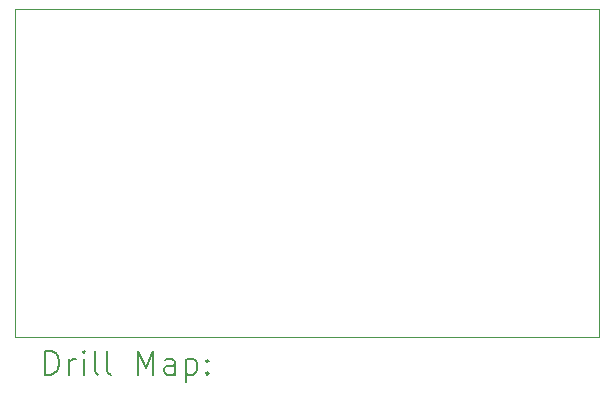
<source format=gbr>
%TF.GenerationSoftware,KiCad,Pcbnew,7.0.8*%
%TF.CreationDate,2023-12-18T21:49:59+05:30*%
%TF.ProjectId,ESP WROOM 32-Devkit V4,45535020-5752-44f4-9f4d-2033322d4465,rev?*%
%TF.SameCoordinates,Original*%
%TF.FileFunction,Drillmap*%
%TF.FilePolarity,Positive*%
%FSLAX45Y45*%
G04 Gerber Fmt 4.5, Leading zero omitted, Abs format (unit mm)*
G04 Created by KiCad (PCBNEW 7.0.8) date 2023-12-18 21:49:59*
%MOMM*%
%LPD*%
G01*
G04 APERTURE LIST*
%ADD10C,0.100000*%
%ADD11C,0.200000*%
G04 APERTURE END LIST*
D10*
X9907000Y-8782000D02*
X14852000Y-8782000D01*
X14852000Y-11557000D01*
X9907000Y-11557000D01*
X9907000Y-8782000D01*
D11*
X10162777Y-11873484D02*
X10162777Y-11673484D01*
X10162777Y-11673484D02*
X10210396Y-11673484D01*
X10210396Y-11673484D02*
X10238967Y-11683008D01*
X10238967Y-11683008D02*
X10258015Y-11702055D01*
X10258015Y-11702055D02*
X10267539Y-11721103D01*
X10267539Y-11721103D02*
X10277063Y-11759198D01*
X10277063Y-11759198D02*
X10277063Y-11787769D01*
X10277063Y-11787769D02*
X10267539Y-11825865D01*
X10267539Y-11825865D02*
X10258015Y-11844912D01*
X10258015Y-11844912D02*
X10238967Y-11863960D01*
X10238967Y-11863960D02*
X10210396Y-11873484D01*
X10210396Y-11873484D02*
X10162777Y-11873484D01*
X10362777Y-11873484D02*
X10362777Y-11740150D01*
X10362777Y-11778246D02*
X10372301Y-11759198D01*
X10372301Y-11759198D02*
X10381824Y-11749674D01*
X10381824Y-11749674D02*
X10400872Y-11740150D01*
X10400872Y-11740150D02*
X10419920Y-11740150D01*
X10486586Y-11873484D02*
X10486586Y-11740150D01*
X10486586Y-11673484D02*
X10477063Y-11683008D01*
X10477063Y-11683008D02*
X10486586Y-11692531D01*
X10486586Y-11692531D02*
X10496110Y-11683008D01*
X10496110Y-11683008D02*
X10486586Y-11673484D01*
X10486586Y-11673484D02*
X10486586Y-11692531D01*
X10610396Y-11873484D02*
X10591348Y-11863960D01*
X10591348Y-11863960D02*
X10581824Y-11844912D01*
X10581824Y-11844912D02*
X10581824Y-11673484D01*
X10715158Y-11873484D02*
X10696110Y-11863960D01*
X10696110Y-11863960D02*
X10686586Y-11844912D01*
X10686586Y-11844912D02*
X10686586Y-11673484D01*
X10943729Y-11873484D02*
X10943729Y-11673484D01*
X10943729Y-11673484D02*
X11010396Y-11816341D01*
X11010396Y-11816341D02*
X11077063Y-11673484D01*
X11077063Y-11673484D02*
X11077063Y-11873484D01*
X11258015Y-11873484D02*
X11258015Y-11768722D01*
X11258015Y-11768722D02*
X11248491Y-11749674D01*
X11248491Y-11749674D02*
X11229443Y-11740150D01*
X11229443Y-11740150D02*
X11191348Y-11740150D01*
X11191348Y-11740150D02*
X11172301Y-11749674D01*
X11258015Y-11863960D02*
X11238967Y-11873484D01*
X11238967Y-11873484D02*
X11191348Y-11873484D01*
X11191348Y-11873484D02*
X11172301Y-11863960D01*
X11172301Y-11863960D02*
X11162777Y-11844912D01*
X11162777Y-11844912D02*
X11162777Y-11825865D01*
X11162777Y-11825865D02*
X11172301Y-11806817D01*
X11172301Y-11806817D02*
X11191348Y-11797293D01*
X11191348Y-11797293D02*
X11238967Y-11797293D01*
X11238967Y-11797293D02*
X11258015Y-11787769D01*
X11353253Y-11740150D02*
X11353253Y-11940150D01*
X11353253Y-11749674D02*
X11372301Y-11740150D01*
X11372301Y-11740150D02*
X11410396Y-11740150D01*
X11410396Y-11740150D02*
X11429443Y-11749674D01*
X11429443Y-11749674D02*
X11438967Y-11759198D01*
X11438967Y-11759198D02*
X11448491Y-11778246D01*
X11448491Y-11778246D02*
X11448491Y-11835388D01*
X11448491Y-11835388D02*
X11438967Y-11854436D01*
X11438967Y-11854436D02*
X11429443Y-11863960D01*
X11429443Y-11863960D02*
X11410396Y-11873484D01*
X11410396Y-11873484D02*
X11372301Y-11873484D01*
X11372301Y-11873484D02*
X11353253Y-11863960D01*
X11534205Y-11854436D02*
X11543729Y-11863960D01*
X11543729Y-11863960D02*
X11534205Y-11873484D01*
X11534205Y-11873484D02*
X11524682Y-11863960D01*
X11524682Y-11863960D02*
X11534205Y-11854436D01*
X11534205Y-11854436D02*
X11534205Y-11873484D01*
X11534205Y-11749674D02*
X11543729Y-11759198D01*
X11543729Y-11759198D02*
X11534205Y-11768722D01*
X11534205Y-11768722D02*
X11524682Y-11759198D01*
X11524682Y-11759198D02*
X11534205Y-11749674D01*
X11534205Y-11749674D02*
X11534205Y-11768722D01*
M02*

</source>
